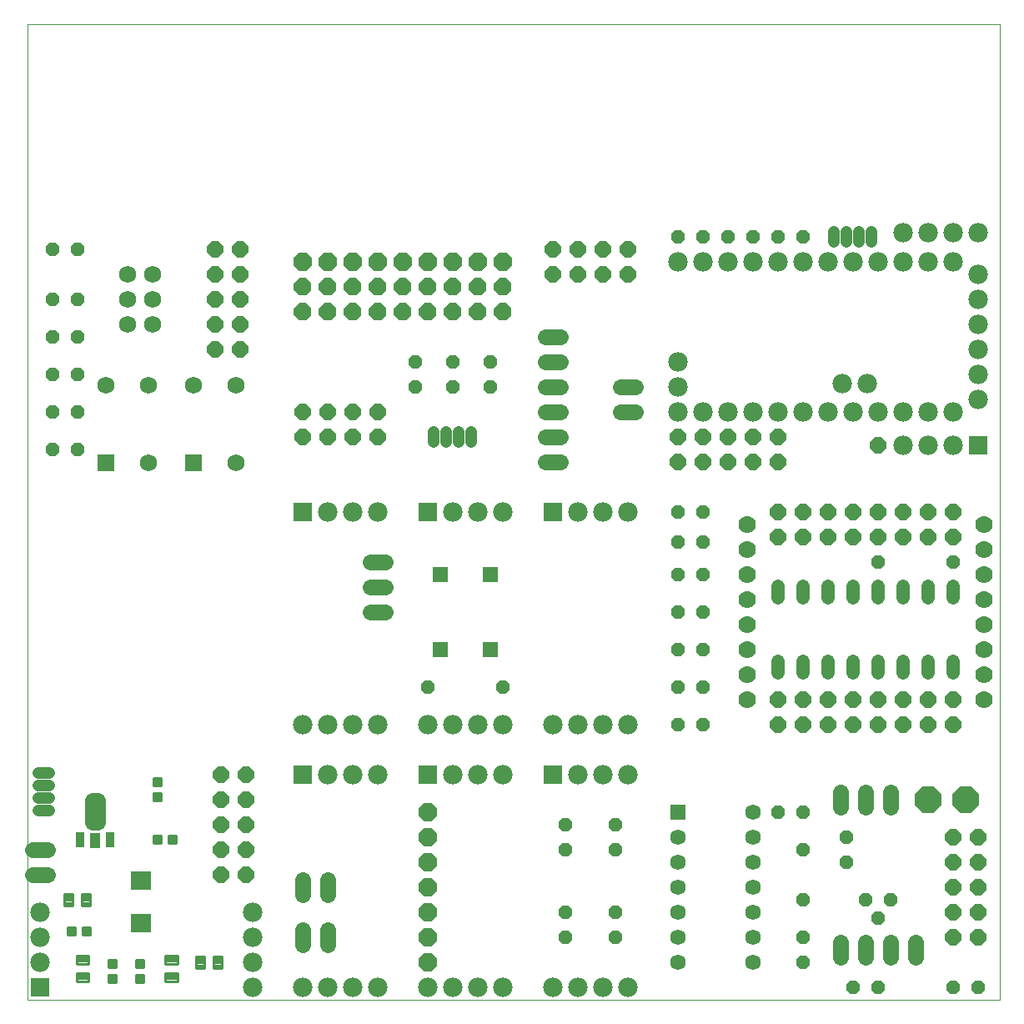
<source format=gbs>
G75*
%MOIN*%
%OFA0B0*%
%FSLAX24Y24*%
%IPPOS*%
%LPD*%
%AMOC8*
5,1,8,0,0,1.08239X$1,22.5*
%
%ADD10C,0.0000*%
%ADD11C,0.0110*%
%ADD12C,0.0098*%
%ADD13R,0.0840X0.0740*%
%ADD14R,0.0355X0.0591*%
%ADD15C,0.0630*%
%ADD16R,0.0394X0.0630*%
%ADD17OC8,0.0640*%
%ADD18C,0.0640*%
%ADD19R,0.0690X0.0690*%
%ADD20C,0.0690*%
%ADD21OC8,0.0520*%
%ADD22R,0.0625X0.0625*%
%ADD23C,0.0625*%
%ADD24OC8,0.1040*%
%ADD25C,0.0780*%
%ADD26C,0.0680*%
%ADD27OC8,0.0740*%
%ADD28OC8,0.0700*%
%ADD29C,0.0453*%
%ADD30C,0.0700*%
%ADD31C,0.0520*%
%ADD32R,0.0780X0.0780*%
%ADD33R,0.0631X0.0631*%
D10*
X000535Y000450D02*
X000535Y039446D01*
X039405Y039446D01*
X039405Y000450D01*
X000535Y000450D01*
D11*
X002495Y001185D02*
X002495Y001515D01*
X002975Y001515D01*
X002975Y001185D01*
X002495Y001185D01*
X002495Y001294D02*
X002975Y001294D01*
X002975Y001403D02*
X002495Y001403D01*
X002495Y001512D02*
X002975Y001512D01*
X002495Y001885D02*
X002495Y002215D01*
X002975Y002215D01*
X002975Y001885D01*
X002495Y001885D01*
X002495Y001994D02*
X002975Y001994D01*
X002975Y002103D02*
X002495Y002103D01*
X002495Y002212D02*
X002975Y002212D01*
X003050Y004210D02*
X002720Y004210D01*
X002720Y004690D01*
X003050Y004690D01*
X003050Y004210D01*
X003050Y004319D02*
X002720Y004319D01*
X002720Y004428D02*
X003050Y004428D01*
X003050Y004537D02*
X002720Y004537D01*
X002720Y004646D02*
X003050Y004646D01*
X002350Y004210D02*
X002020Y004210D01*
X002020Y004690D01*
X002350Y004690D01*
X002350Y004210D01*
X002350Y004319D02*
X002020Y004319D01*
X002020Y004428D02*
X002350Y004428D01*
X002350Y004537D02*
X002020Y004537D01*
X002020Y004646D02*
X002350Y004646D01*
X006045Y002215D02*
X006045Y001885D01*
X006045Y002215D02*
X006525Y002215D01*
X006525Y001885D01*
X006045Y001885D01*
X006045Y001994D02*
X006525Y001994D01*
X006525Y002103D02*
X006045Y002103D01*
X006045Y002212D02*
X006525Y002212D01*
X006045Y001515D02*
X006045Y001185D01*
X006045Y001515D02*
X006525Y001515D01*
X006525Y001185D01*
X006045Y001185D01*
X006045Y001294D02*
X006525Y001294D01*
X006525Y001403D02*
X006045Y001403D01*
X006045Y001512D02*
X006525Y001512D01*
X007270Y001710D02*
X007600Y001710D01*
X007270Y001710D02*
X007270Y002190D01*
X007600Y002190D01*
X007600Y001710D01*
X007600Y001819D02*
X007270Y001819D01*
X007270Y001928D02*
X007600Y001928D01*
X007600Y002037D02*
X007270Y002037D01*
X007270Y002146D02*
X007600Y002146D01*
X007970Y001710D02*
X008300Y001710D01*
X007970Y001710D02*
X007970Y002190D01*
X008300Y002190D01*
X008300Y001710D01*
X008300Y001819D02*
X007970Y001819D01*
X007970Y001928D02*
X008300Y001928D01*
X008300Y002037D02*
X007970Y002037D01*
X007970Y002146D02*
X008300Y002146D01*
D12*
X005181Y002046D02*
X005181Y001754D01*
X004889Y001754D01*
X004889Y002046D01*
X005181Y002046D01*
X005181Y001851D02*
X004889Y001851D01*
X004889Y001948D02*
X005181Y001948D01*
X005181Y002045D02*
X004889Y002045D01*
X005181Y001446D02*
X005181Y001154D01*
X004889Y001154D01*
X004889Y001446D01*
X005181Y001446D01*
X005181Y001251D02*
X004889Y001251D01*
X004889Y001348D02*
X005181Y001348D01*
X005181Y001445D02*
X004889Y001445D01*
X003789Y001446D02*
X003789Y001154D01*
X003789Y001446D02*
X004081Y001446D01*
X004081Y001154D01*
X003789Y001154D01*
X003789Y001251D02*
X004081Y001251D01*
X004081Y001348D02*
X003789Y001348D01*
X003789Y001445D02*
X004081Y001445D01*
X003789Y001754D02*
X003789Y002046D01*
X004081Y002046D01*
X004081Y001754D01*
X003789Y001754D01*
X003789Y001851D02*
X004081Y001851D01*
X004081Y001948D02*
X003789Y001948D01*
X003789Y002045D02*
X004081Y002045D01*
X003031Y003054D02*
X002739Y003054D01*
X002739Y003346D01*
X003031Y003346D01*
X003031Y003054D01*
X003031Y003151D02*
X002739Y003151D01*
X002739Y003248D02*
X003031Y003248D01*
X003031Y003345D02*
X002739Y003345D01*
X002431Y003054D02*
X002139Y003054D01*
X002139Y003346D01*
X002431Y003346D01*
X002431Y003054D01*
X002431Y003151D02*
X002139Y003151D01*
X002139Y003248D02*
X002431Y003248D01*
X002431Y003345D02*
X002139Y003345D01*
X005589Y006704D02*
X005881Y006704D01*
X005589Y006704D02*
X005589Y006996D01*
X005881Y006996D01*
X005881Y006704D01*
X005881Y006801D02*
X005589Y006801D01*
X005589Y006898D02*
X005881Y006898D01*
X005881Y006995D02*
X005589Y006995D01*
X006189Y006704D02*
X006481Y006704D01*
X006189Y006704D02*
X006189Y006996D01*
X006481Y006996D01*
X006481Y006704D01*
X006481Y006801D02*
X006189Y006801D01*
X006189Y006898D02*
X006481Y006898D01*
X006481Y006995D02*
X006189Y006995D01*
X005881Y008404D02*
X005881Y008696D01*
X005881Y008404D02*
X005589Y008404D01*
X005589Y008696D01*
X005881Y008696D01*
X005881Y008501D02*
X005589Y008501D01*
X005589Y008598D02*
X005881Y008598D01*
X005881Y008695D02*
X005589Y008695D01*
X005881Y009004D02*
X005881Y009296D01*
X005881Y009004D02*
X005589Y009004D01*
X005589Y009296D01*
X005881Y009296D01*
X005881Y009101D02*
X005589Y009101D01*
X005589Y009198D02*
X005881Y009198D01*
X005881Y009295D02*
X005589Y009295D01*
D13*
X005085Y005200D03*
X005085Y003500D03*
D14*
X003835Y006850D03*
X002635Y006850D03*
D15*
X003130Y008393D02*
X003340Y008393D01*
X003340Y007547D01*
X003130Y007547D01*
X003130Y008393D01*
X003130Y008176D02*
X003340Y008176D01*
D16*
X003235Y006820D03*
D17*
X008285Y006450D03*
X008285Y007450D03*
X008285Y008450D03*
X008285Y009450D03*
X009285Y009450D03*
X009285Y008450D03*
X009285Y007450D03*
X009285Y006450D03*
X009285Y005450D03*
X008285Y005450D03*
X011535Y022950D03*
X011535Y023950D03*
X012535Y023950D03*
X012535Y022950D03*
X013535Y022950D03*
X013535Y023950D03*
X014535Y023950D03*
X014535Y022950D03*
X009035Y026450D03*
X008035Y026450D03*
X008035Y027450D03*
X008035Y028450D03*
X009035Y028450D03*
X009035Y027450D03*
X009035Y029450D03*
X008035Y029450D03*
X008035Y030450D03*
X009035Y030450D03*
X021535Y030450D03*
X021535Y029450D03*
X022535Y029450D03*
X022535Y030450D03*
X023535Y030450D03*
X023535Y029450D03*
X024535Y029450D03*
X024535Y030450D03*
X026535Y022950D03*
X027535Y022950D03*
X027535Y021950D03*
X026535Y021950D03*
X028535Y021950D03*
X029535Y021950D03*
X029535Y022950D03*
X028535Y022950D03*
X030535Y022950D03*
X030535Y021950D03*
X030535Y019950D03*
X031535Y019950D03*
X031535Y018950D03*
X030535Y018950D03*
X032535Y018950D03*
X033535Y018950D03*
X033535Y019950D03*
X032535Y019950D03*
X034535Y019950D03*
X035535Y019950D03*
X035535Y018950D03*
X034535Y018950D03*
X036535Y018950D03*
X037535Y018950D03*
X037535Y019950D03*
X036535Y019950D03*
X034535Y022600D03*
X034535Y012450D03*
X035535Y012450D03*
X035535Y011450D03*
X034535Y011450D03*
X033535Y011450D03*
X032535Y011450D03*
X031535Y011450D03*
X030535Y011450D03*
X030535Y012450D03*
X031535Y012450D03*
X032535Y012450D03*
X033535Y012450D03*
X036535Y012450D03*
X037535Y012450D03*
X037535Y011450D03*
X036535Y011450D03*
X037535Y006950D03*
X037535Y005950D03*
X037535Y004950D03*
X037535Y003950D03*
X037535Y002950D03*
X038535Y002950D03*
X038535Y003950D03*
X038535Y004950D03*
X038535Y005950D03*
X038535Y006950D03*
D18*
X035035Y008150D02*
X035035Y008750D01*
X034035Y008750D02*
X034035Y008150D01*
X033035Y008150D02*
X033035Y008750D01*
X033035Y002750D02*
X033035Y002150D01*
X034035Y002150D02*
X034035Y002750D01*
X035035Y002750D02*
X035035Y002150D01*
X036035Y002150D02*
X036035Y002750D01*
X021835Y021950D02*
X021235Y021950D01*
X021235Y022950D02*
X021835Y022950D01*
X021835Y023950D02*
X021235Y023950D01*
X021235Y024950D02*
X021835Y024950D01*
X021835Y025950D02*
X021235Y025950D01*
X021235Y026950D02*
X021835Y026950D01*
X024235Y024950D02*
X024835Y024950D01*
X024835Y023950D02*
X024235Y023950D01*
X014835Y017950D02*
X014235Y017950D01*
X014235Y016950D02*
X014835Y016950D01*
X014835Y015950D02*
X014235Y015950D01*
X012535Y005250D02*
X012535Y004650D01*
X011535Y004650D02*
X011535Y005250D01*
X011535Y003250D02*
X011535Y002650D01*
X012535Y002650D02*
X012535Y003250D01*
X001335Y005450D02*
X000735Y005450D01*
X000735Y006450D02*
X001335Y006450D01*
D19*
X003685Y021900D03*
X007185Y021900D03*
D20*
X005385Y021900D03*
X005385Y025000D03*
X003685Y025000D03*
X007185Y025000D03*
X008885Y025000D03*
X008885Y021900D03*
D21*
X002535Y022450D03*
X001535Y022450D03*
X001535Y023950D03*
X002535Y023950D03*
X002535Y025450D03*
X001535Y025450D03*
X001535Y026950D03*
X002535Y026950D03*
X002535Y028450D03*
X001535Y028450D03*
X001535Y030450D03*
X002535Y030450D03*
X016035Y025950D03*
X016035Y024950D03*
X017535Y024950D03*
X017535Y025950D03*
X019035Y025950D03*
X019035Y024950D03*
X026535Y019950D03*
X027535Y019950D03*
X027535Y018750D03*
X026535Y018750D03*
X026535Y017450D03*
X027535Y017450D03*
X027535Y015950D03*
X026535Y015950D03*
X026535Y014450D03*
X027535Y014450D03*
X027535Y012950D03*
X026535Y012950D03*
X026535Y011450D03*
X027535Y011450D03*
X030535Y007950D03*
X031535Y007950D03*
X031535Y006450D03*
X033285Y005950D03*
X033285Y006950D03*
X034035Y004450D03*
X034535Y003700D03*
X035035Y004450D03*
X031535Y004450D03*
X031535Y002950D03*
X031535Y001950D03*
X033535Y000950D03*
X034535Y000950D03*
X037535Y000950D03*
X038535Y000950D03*
X024035Y002950D03*
X024035Y003950D03*
X022035Y003950D03*
X022035Y002950D03*
X022035Y006450D03*
X022035Y007450D03*
X024035Y007450D03*
X024035Y006450D03*
X019535Y012950D03*
X016535Y012950D03*
X034535Y017950D03*
X037535Y017950D03*
X031535Y030950D03*
X030535Y030950D03*
X029535Y030950D03*
X028535Y030950D03*
X027535Y030950D03*
X026535Y030950D03*
D22*
X026535Y007950D03*
D23*
X026535Y006950D03*
X026535Y005950D03*
X026535Y004950D03*
X026535Y003950D03*
X026535Y002950D03*
X026535Y001950D03*
X029535Y001950D03*
X029535Y002950D03*
X029535Y003950D03*
X029535Y004950D03*
X029535Y005950D03*
X029535Y006950D03*
X029535Y007950D03*
D24*
X036535Y008450D03*
X038035Y008450D03*
D25*
X024535Y009450D03*
X023535Y009450D03*
X022535Y009450D03*
X022535Y011450D03*
X023535Y011450D03*
X024535Y011450D03*
X021535Y011450D03*
X019535Y011450D03*
X018535Y011450D03*
X017535Y011450D03*
X016535Y011450D03*
X014535Y011450D03*
X013535Y011450D03*
X012535Y011450D03*
X011535Y011450D03*
X012535Y009450D03*
X013535Y009450D03*
X014535Y009450D03*
X017535Y009450D03*
X018535Y009450D03*
X019535Y009450D03*
X019535Y000950D03*
X018535Y000950D03*
X017535Y000950D03*
X016535Y000950D03*
X014535Y000950D03*
X013535Y000950D03*
X012535Y000950D03*
X011535Y000950D03*
X009535Y000950D03*
X009535Y001950D03*
X009535Y002950D03*
X009535Y003950D03*
X001035Y003950D03*
X001035Y002950D03*
X001035Y001950D03*
X012535Y019950D03*
X013535Y019950D03*
X014535Y019950D03*
X017535Y019950D03*
X018535Y019950D03*
X019535Y019950D03*
X022535Y019950D03*
X023535Y019950D03*
X024535Y019950D03*
X026535Y023950D03*
X027535Y023950D03*
X028535Y023950D03*
X029535Y023950D03*
X030535Y023950D03*
X031535Y023950D03*
X032535Y023950D03*
X033535Y023950D03*
X034535Y023950D03*
X035535Y023950D03*
X036535Y023950D03*
X037535Y023950D03*
X038535Y024450D03*
X038535Y025450D03*
X038535Y026450D03*
X038535Y027450D03*
X038535Y028450D03*
X038535Y029450D03*
X037535Y029950D03*
X036535Y029950D03*
X035535Y029950D03*
X034535Y029950D03*
X033535Y029950D03*
X032535Y029950D03*
X031535Y029950D03*
X030535Y029950D03*
X029535Y029950D03*
X028535Y029950D03*
X027535Y029950D03*
X026535Y029950D03*
X026535Y025950D03*
X026535Y024950D03*
X033098Y025075D03*
X034098Y025075D03*
X035535Y022600D03*
X036535Y022600D03*
X037535Y022600D03*
X037535Y031100D03*
X036535Y031100D03*
X035535Y031100D03*
X038535Y031100D03*
X024535Y000950D03*
X023535Y000950D03*
X022535Y000950D03*
X021535Y000950D03*
D26*
X005535Y027450D03*
X004535Y027450D03*
X004535Y028450D03*
X005535Y028450D03*
X005535Y029450D03*
X004535Y029450D03*
D27*
X011535Y029950D03*
X012535Y029950D03*
X013535Y029950D03*
X014535Y029950D03*
X015535Y029950D03*
X016535Y029950D03*
X017535Y029950D03*
X018535Y029950D03*
X019535Y029950D03*
X016535Y007950D03*
X016535Y006950D03*
X016535Y005950D03*
X016535Y004950D03*
X016535Y003950D03*
X016535Y002950D03*
X016535Y001950D03*
X016535Y000950D03*
D28*
X016535Y027950D03*
X017535Y027950D03*
X017535Y028950D03*
X016535Y028950D03*
X015535Y028950D03*
X014535Y028950D03*
X013535Y028950D03*
X012535Y028950D03*
X011535Y028950D03*
X011535Y027950D03*
X012535Y027950D03*
X013535Y027950D03*
X014535Y027950D03*
X015535Y027950D03*
X018535Y027950D03*
X019535Y027950D03*
X019535Y028950D03*
X018535Y028950D03*
D29*
X018285Y023157D02*
X018285Y022743D01*
X017785Y022743D02*
X017785Y023157D01*
X017285Y023157D02*
X017285Y022743D01*
X016785Y022743D02*
X016785Y023157D01*
X001392Y009500D02*
X000978Y009500D01*
X000978Y009000D02*
X001392Y009000D01*
X001392Y008500D02*
X000978Y008500D01*
X000978Y008000D02*
X001392Y008000D01*
X032785Y030743D02*
X032785Y031157D01*
X033285Y031157D02*
X033285Y030743D01*
X033785Y030743D02*
X033785Y031157D01*
X034285Y031157D02*
X034285Y030743D01*
D30*
X038759Y019450D03*
X038759Y018450D03*
X038759Y017450D03*
X038759Y016450D03*
X038759Y015450D03*
X038759Y014450D03*
X038759Y013450D03*
X038759Y012450D03*
X029311Y012450D03*
X029311Y013450D03*
X029311Y014450D03*
X029311Y015450D03*
X029311Y016450D03*
X029311Y017450D03*
X029311Y018450D03*
X029311Y019450D03*
D31*
X030535Y016990D02*
X030535Y016510D01*
X031535Y016510D02*
X031535Y016990D01*
X032535Y016990D02*
X032535Y016510D01*
X033535Y016510D02*
X033535Y016990D01*
X034535Y016990D02*
X034535Y016510D01*
X035535Y016510D02*
X035535Y016990D01*
X036535Y016990D02*
X036535Y016510D01*
X037535Y016510D02*
X037535Y016990D01*
X037535Y013990D02*
X037535Y013510D01*
X036535Y013510D02*
X036535Y013990D01*
X035535Y013990D02*
X035535Y013510D01*
X034535Y013510D02*
X034535Y013990D01*
X033535Y013990D02*
X033535Y013510D01*
X032535Y013510D02*
X032535Y013990D01*
X031535Y013990D02*
X031535Y013510D01*
X030535Y013510D02*
X030535Y013990D01*
D32*
X038535Y022600D03*
X021535Y019950D03*
X016535Y019950D03*
X011535Y019950D03*
X011535Y009450D03*
X016535Y009450D03*
X021535Y009450D03*
X001035Y000950D03*
D33*
X017035Y014450D03*
X019035Y014450D03*
X019035Y017450D03*
X017035Y017450D03*
M02*

</source>
